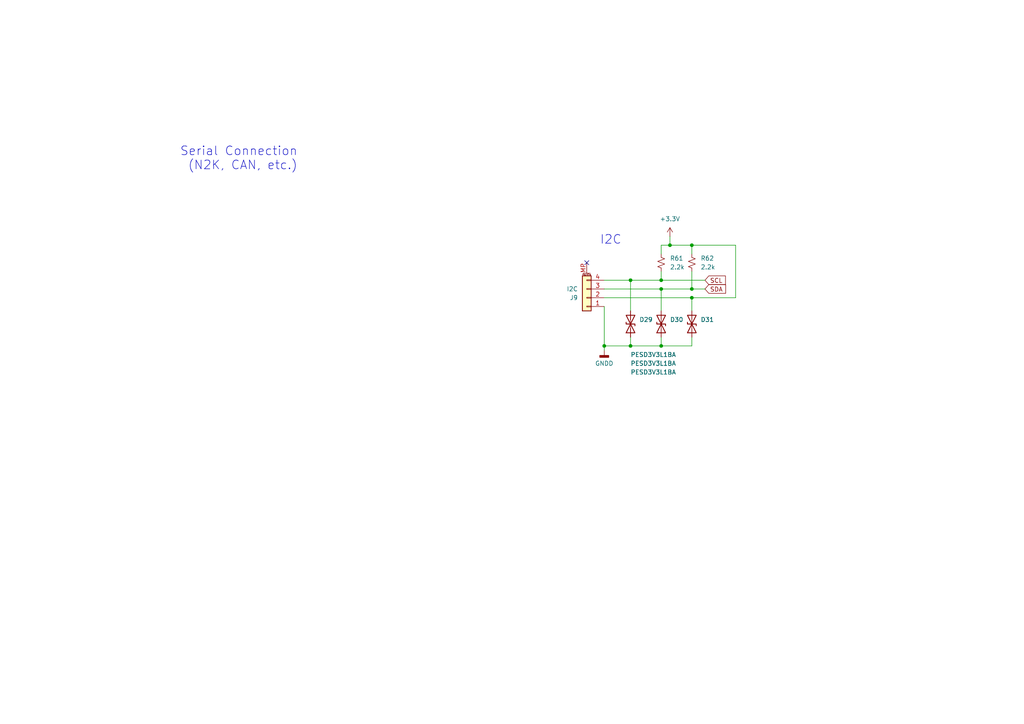
<source format=kicad_sch>
(kicad_sch (version 20231120) (generator "eeschema") (generator_version "8.0")
  (paper "A4")
  (title_block (title "Yarrboard 8ch Mosfet Driver") (rev "C1") (company "https://github.com/hoeken/yarrboard"))
  (lib_symbols
    (symbol "Connector_Generic_MountingPin:Conn_01x04_MountingPin" (pin_names (offset 1.016) hide)
      (property "Reference" "J" (at 0 5.08 0))
      (property "Value" "Conn_01x04_MountingPin" (at 1.27 -7.62 0))
      (symbol "Conn_01x04_MountingPin_1_1"
        (rectangle (start -1.27 -4.953) (end 0 -5.207) (stroke (width 0.1524)))
        (rectangle (start -1.27 -2.413) (end 0 -2.667) (stroke (width 0.1524)))
        (rectangle (start -1.27 0.127) (end 0 -0.127) (stroke (width 0.1524)))
        (rectangle (start -1.27 2.667) (end 0 2.413) (stroke (width 0.1524)))
        (rectangle (start -1.27 3.81) (end 1.27 -6.35) (stroke (width 0.254)) (fill (type background)))
        (polyline (pts (xy -1.016 -7.112) (xy 1.016 -7.112)) (stroke (width 0.1524)))
        (text "Mounting" (at 0 -6.731 0) (effects (font (size 0.381 0.381))))
        (pin passive line (at -5.08 2.54 0) (length 3.81) (name "Pin_1") (number "1"))
        (pin passive line (at -5.08 0 0) (length 3.81) (name "Pin_2") (number "2"))
        (pin passive line (at -5.08 -2.54 0) (length 3.81) (name "Pin_3") (number "3"))
        (pin passive line (at -5.08 -5.08 0) (length 3.81) (name "Pin_4") (number "4"))
        (pin passive line (at 0 -10.16 90) (length 3.048) (name "MountPin") (number "MP"))
      )
    )
    (symbol "Device:D_TVS" (pin_numbers hide) (pin_names (offset 1.016) hide)
      (property "Reference" "D" (at 0 2.54 0))
      (property "Value" "D_TVS" (at 0 -2.54 0))
      (symbol "D_TVS_0_1"
        (polyline (pts (xy 1.27 0) (xy -1.27 0)))
        (polyline (pts (xy 0.508 1.27) (xy 0 1.27) (xy 0 -1.27) (xy -0.508 -1.27)) (stroke (width 0.254)))
        (polyline (pts (xy -2.54 1.27) (xy -2.54 -1.27) (xy 2.54 1.27) (xy 2.54 -1.27) (xy -2.54 1.27)) (stroke (width 0.254)))
      )
      (symbol "D_TVS_1_1"
        (pin passive line (at -3.81 0 0) (length 2.54) (name "A1") (number "1"))
        (pin passive line (at 3.81 0 180) (length 2.54) (name "A2") (number "2"))
      )
    )
    (symbol "Device:R_Small_US" (pin_numbers hide) (pin_names (offset 0.254) hide)
      (property "Reference" "R" (at 0.762 0.508 0))
      (property "Value" "R_Small_US" (at 0.762 -1.016 0))
      (symbol "R_Small_US_1_1"
        (polyline (pts (xy 0 0) (xy 1.016 -0.381) (xy 0 -0.762) (xy -1.016 -1.143) (xy 0 -1.524)))
        (polyline (pts (xy 0 1.524) (xy 1.016 1.143) (xy 0 0.762) (xy -1.016 0.381) (xy 0 0)))
        (pin passive line (at 0 2.54 270) (length 1.016) (name "~") (number "1"))
        (pin passive line (at 0 -2.54 90) (length 1.016) (name "~") (number "2"))
      )
    )
    (symbol "power:+3.3V" (power) (pin_names (offset 0))
      (property "Value" "+3.3V" (at 0 3.556 0))
      (symbol "+3.3V_0_1"
        (polyline (pts (xy -0.762 1.27) (xy 0 2.54)))
        (polyline (pts (xy 0 0) (xy 0 2.54)))
        (polyline (pts (xy 0 2.54) (xy 0.762 1.27)))
      )
      (symbol "+3.3V_1_1"
        (pin power_in line (at 0 0 90) (length 0) hide (name "+3.3V") (number "1"))
      )
    )
    (symbol "power:GNDD" (power) (pin_names (offset 0))
      (property "Value" "GNDD" (at 0 -3.175 0))
      (symbol "GNDD_0_1"
        (rectangle (start -1.27 -1.524) (end 1.27 -2.032) (stroke (width 0.254)) (fill (type outline)))
        (polyline (pts (xy 0 0) (xy 0 -1.524)))
      )
      (symbol "GNDD_1_1"
        (pin power_in line (at 0 0 270) (length 0) hide (name "GNDD") (number "1"))
      )
    )
  )
  (junction (at 191.77 83.82))
  (junction (at 182.88 100.33))
  (junction (at 182.88 81.28))
  (junction (at 191.77 100.33))
  (junction (at 200.66 71.12))
  (junction (at 191.77 81.28))
  (junction (at 175.26 100.33))
  (junction (at 200.66 83.82))
  (junction (at 194.31 71.12))
  (junction (at 200.66 86.36))
  (no_connect (at 170.18 76.2))
  (wire (pts (xy 191.77 83.82) (xy 200.66 83.82)))
  (wire (pts (xy 182.88 81.28) (xy 191.77 81.28)))
  (wire (pts (xy 191.77 100.33) (xy 191.77 97.79)))
  (wire (pts (xy 213.36 86.36) (xy 213.36 71.12)))
  (wire (pts (xy 194.31 68.58) (xy 194.31 71.12)))
  (wire (pts (xy 200.66 86.36) (xy 213.36 86.36)))
  (wire (pts (xy 191.77 100.33) (xy 200.66 100.33)))
  (wire (pts (xy 175.26 86.36) (xy 200.66 86.36)))
  (wire (pts (xy 182.88 81.28) (xy 182.88 90.17)))
  (wire (pts (xy 191.77 71.12) (xy 191.77 73.66)))
  (wire (pts (xy 175.26 83.82) (xy 191.77 83.82)))
  (wire (pts (xy 175.26 81.28) (xy 182.88 81.28)))
  (wire (pts (xy 191.77 78.74) (xy 191.77 81.28)))
  (wire (pts (xy 182.88 100.33) (xy 191.77 100.33)))
  (wire (pts (xy 175.26 100.33) (xy 175.26 101.6)))
  (wire (pts (xy 191.77 71.12) (xy 194.31 71.12)))
  (wire (pts (xy 200.66 100.33) (xy 200.66 97.79)))
  (wire (pts (xy 200.66 71.12) (xy 200.66 73.66)))
  (wire (pts (xy 200.66 71.12) (xy 213.36 71.12)))
  (wire (pts (xy 182.88 100.33) (xy 182.88 97.79)))
  (wire (pts (xy 200.66 78.74) (xy 200.66 83.82)))
  (wire (pts (xy 191.77 83.82) (xy 191.77 90.17)))
  (wire (pts (xy 200.66 90.17) (xy 200.66 86.36)))
  (wire (pts (xy 175.26 88.9) (xy 175.26 100.33)))
  (wire (pts (xy 200.66 71.12) (xy 194.31 71.12)))
  (wire (pts (xy 200.66 83.82) (xy 204.47 83.82)))
  (wire (pts (xy 175.26 100.33) (xy 182.88 100.33)))
  (wire (pts (xy 191.77 81.28) (xy 204.47 81.28)))
  (text "Serial Connection\n(N2K, CAN, etc.)" (at 86.36 49.53 0) (effects (font (size 2.54 2.54)) (justify right bottom)))
  (text "I2C" (at 180.34 71.12 0) (effects (font (size 2.54 2.54)) (justify right bottom)))
  (global_label "SDA" (shape input) (at 204.47 83.82 0) (property "Intersheetrefs" "${INTERSHEET_REFS}" (effects (hide yes))))
  (global_label "SCL" (shape input) (at 204.47 81.28 0) (property "Intersheetrefs" "${INTERSHEET_REFS}" (effects (hide yes))))
  (symbol (lib_id "Device:D_TVS") (at 200.66 93.98 90) (unit 1)
    (property "Reference" "D31" (at 203.2 92.71 90) (effects (justify right)))
    (property "Value" "PESD3V3L1BA" (at 182.88 107.95 90) (effects (justify right)))
    (property "Footprint" "Diode_SMD:D_SOD-323_HandSoldering" (effects (hide yes)))
    (property "LCSC" "C316020" (effects (hide yes)))
  )
  (symbol (lib_id "Device:D_TVS") (at 182.88 93.98 90) (unit 1)
    (property "Reference" "D29" (at 185.42 92.71 90) (effects (justify right)))
    (property "Value" "PESD3V3L1BA" (at 182.88 102.87 90) (effects (justify right)))
    (property "Footprint" "Diode_SMD:D_SOD-323_HandSoldering" (effects (hide yes)))
    (property "LCSC" "C316020" (effects (hide yes)))
  )
  (symbol (lib_id "power:+3.3V") (at 194.31 68.58 0) (mirror y) (unit 1)
    (property "Reference" "#PWR057" (effects (hide yes)))
    (property "Value" "+3.3V" (at 194.31 63.5 0))
  )
  (symbol (lib_id "Connector_Generic_MountingPin:Conn_01x04_MountingPin") (at 170.18 86.36 180) (unit 1)
    (property "Reference" "J9" (at 167.64 86.36 0) (effects (justify left)))
    (property "Value" "I2C" (at 167.64 83.82 0) (effects (justify left)))
    (property "Footprint" "Connector_JST:JST_SH_SM04B-SRSS-TB_1x04-1MP_P1.00mm_Horizontal" (effects (hide yes)))
    (property "LCSC" "C160404" (effects (hide yes)))
  )
  (symbol (lib_id "Device:R_Small_US") (at 200.66 76.2 180) (unit 1)
    (property "Reference" "R62" (at 203.2 74.93 0) (effects (justify right)))
    (property "Value" "2.2k" (at 203.2 77.47 0) (effects (justify right)))
    (property "Footprint" "Resistor_SMD:R_0805_2012Metric_Pad1.20x1.40mm_HandSolder" (effects (hide yes)))
  )
  (symbol (lib_id "power:GNDD") (at 175.26 101.6 0) (mirror y) (unit 1)
    (property "Reference" "#PWR056" (effects (hide yes)))
    (property "Value" "GNDD" (at 175.26 105.41 0))
  )
  (symbol (lib_id "Device:R_Small_US") (at 191.77 76.2 180) (unit 1)
    (property "Reference" "R61" (at 194.31 74.93 0) (effects (justify right)))
    (property "Value" "2.2k" (at 194.31 77.47 0) (effects (justify right)))
    (property "Footprint" "Resistor_SMD:R_0805_2012Metric_Pad1.20x1.40mm_HandSolder" (effects (hide yes)))
  )
  (symbol (lib_id "Device:D_TVS") (at 191.77 93.98 90) (unit 1)
    (property "Reference" "D30" (at 194.31 92.71 90) (effects (justify right)))
    (property "Value" "PESD3V3L1BA" (at 182.88 105.41 90) (effects (justify right)))
    (property "Footprint" "Diode_SMD:D_SOD-323_HandSoldering" (effects (hide yes)))
    (property "LCSC" "C316020" (effects (hide yes)))
  )
)
</source>
